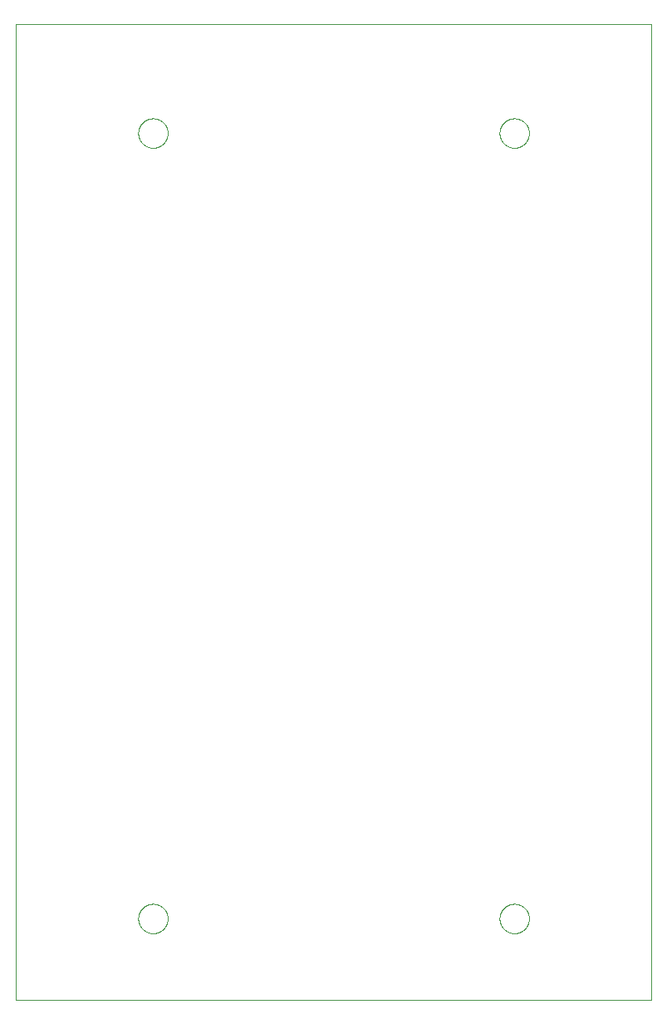
<source format=gtp>
G75*
%MOIN*%
%OFA0B0*%
%FSLAX25Y25*%
%IPPOS*%
%LPD*%
%AMOC8*
5,1,8,0,0,1.08239X$1,22.5*
%
%ADD10C,0.00000*%
D10*
X0001000Y0001000D02*
X0001000Y0392201D01*
X0255921Y0392201D01*
X0255921Y0001000D01*
X0001000Y0001000D01*
X0050094Y0033500D02*
X0050096Y0033653D01*
X0050102Y0033807D01*
X0050112Y0033960D01*
X0050126Y0034112D01*
X0050144Y0034265D01*
X0050166Y0034416D01*
X0050191Y0034567D01*
X0050221Y0034718D01*
X0050255Y0034868D01*
X0050292Y0035016D01*
X0050333Y0035164D01*
X0050378Y0035310D01*
X0050427Y0035456D01*
X0050480Y0035600D01*
X0050536Y0035742D01*
X0050596Y0035883D01*
X0050660Y0036023D01*
X0050727Y0036161D01*
X0050798Y0036297D01*
X0050873Y0036431D01*
X0050950Y0036563D01*
X0051032Y0036693D01*
X0051116Y0036821D01*
X0051204Y0036947D01*
X0051295Y0037070D01*
X0051389Y0037191D01*
X0051487Y0037309D01*
X0051587Y0037425D01*
X0051691Y0037538D01*
X0051797Y0037649D01*
X0051906Y0037757D01*
X0052018Y0037862D01*
X0052132Y0037963D01*
X0052250Y0038062D01*
X0052369Y0038158D01*
X0052491Y0038251D01*
X0052616Y0038340D01*
X0052743Y0038427D01*
X0052872Y0038509D01*
X0053003Y0038589D01*
X0053136Y0038665D01*
X0053271Y0038738D01*
X0053408Y0038807D01*
X0053547Y0038872D01*
X0053687Y0038934D01*
X0053829Y0038992D01*
X0053972Y0039047D01*
X0054117Y0039098D01*
X0054263Y0039145D01*
X0054410Y0039188D01*
X0054558Y0039227D01*
X0054707Y0039263D01*
X0054857Y0039294D01*
X0055008Y0039322D01*
X0055159Y0039346D01*
X0055312Y0039366D01*
X0055464Y0039382D01*
X0055617Y0039394D01*
X0055770Y0039402D01*
X0055923Y0039406D01*
X0056077Y0039406D01*
X0056230Y0039402D01*
X0056383Y0039394D01*
X0056536Y0039382D01*
X0056688Y0039366D01*
X0056841Y0039346D01*
X0056992Y0039322D01*
X0057143Y0039294D01*
X0057293Y0039263D01*
X0057442Y0039227D01*
X0057590Y0039188D01*
X0057737Y0039145D01*
X0057883Y0039098D01*
X0058028Y0039047D01*
X0058171Y0038992D01*
X0058313Y0038934D01*
X0058453Y0038872D01*
X0058592Y0038807D01*
X0058729Y0038738D01*
X0058864Y0038665D01*
X0058997Y0038589D01*
X0059128Y0038509D01*
X0059257Y0038427D01*
X0059384Y0038340D01*
X0059509Y0038251D01*
X0059631Y0038158D01*
X0059750Y0038062D01*
X0059868Y0037963D01*
X0059982Y0037862D01*
X0060094Y0037757D01*
X0060203Y0037649D01*
X0060309Y0037538D01*
X0060413Y0037425D01*
X0060513Y0037309D01*
X0060611Y0037191D01*
X0060705Y0037070D01*
X0060796Y0036947D01*
X0060884Y0036821D01*
X0060968Y0036693D01*
X0061050Y0036563D01*
X0061127Y0036431D01*
X0061202Y0036297D01*
X0061273Y0036161D01*
X0061340Y0036023D01*
X0061404Y0035883D01*
X0061464Y0035742D01*
X0061520Y0035600D01*
X0061573Y0035456D01*
X0061622Y0035310D01*
X0061667Y0035164D01*
X0061708Y0035016D01*
X0061745Y0034868D01*
X0061779Y0034718D01*
X0061809Y0034567D01*
X0061834Y0034416D01*
X0061856Y0034265D01*
X0061874Y0034112D01*
X0061888Y0033960D01*
X0061898Y0033807D01*
X0061904Y0033653D01*
X0061906Y0033500D01*
X0061904Y0033347D01*
X0061898Y0033193D01*
X0061888Y0033040D01*
X0061874Y0032888D01*
X0061856Y0032735D01*
X0061834Y0032584D01*
X0061809Y0032433D01*
X0061779Y0032282D01*
X0061745Y0032132D01*
X0061708Y0031984D01*
X0061667Y0031836D01*
X0061622Y0031690D01*
X0061573Y0031544D01*
X0061520Y0031400D01*
X0061464Y0031258D01*
X0061404Y0031117D01*
X0061340Y0030977D01*
X0061273Y0030839D01*
X0061202Y0030703D01*
X0061127Y0030569D01*
X0061050Y0030437D01*
X0060968Y0030307D01*
X0060884Y0030179D01*
X0060796Y0030053D01*
X0060705Y0029930D01*
X0060611Y0029809D01*
X0060513Y0029691D01*
X0060413Y0029575D01*
X0060309Y0029462D01*
X0060203Y0029351D01*
X0060094Y0029243D01*
X0059982Y0029138D01*
X0059868Y0029037D01*
X0059750Y0028938D01*
X0059631Y0028842D01*
X0059509Y0028749D01*
X0059384Y0028660D01*
X0059257Y0028573D01*
X0059128Y0028491D01*
X0058997Y0028411D01*
X0058864Y0028335D01*
X0058729Y0028262D01*
X0058592Y0028193D01*
X0058453Y0028128D01*
X0058313Y0028066D01*
X0058171Y0028008D01*
X0058028Y0027953D01*
X0057883Y0027902D01*
X0057737Y0027855D01*
X0057590Y0027812D01*
X0057442Y0027773D01*
X0057293Y0027737D01*
X0057143Y0027706D01*
X0056992Y0027678D01*
X0056841Y0027654D01*
X0056688Y0027634D01*
X0056536Y0027618D01*
X0056383Y0027606D01*
X0056230Y0027598D01*
X0056077Y0027594D01*
X0055923Y0027594D01*
X0055770Y0027598D01*
X0055617Y0027606D01*
X0055464Y0027618D01*
X0055312Y0027634D01*
X0055159Y0027654D01*
X0055008Y0027678D01*
X0054857Y0027706D01*
X0054707Y0027737D01*
X0054558Y0027773D01*
X0054410Y0027812D01*
X0054263Y0027855D01*
X0054117Y0027902D01*
X0053972Y0027953D01*
X0053829Y0028008D01*
X0053687Y0028066D01*
X0053547Y0028128D01*
X0053408Y0028193D01*
X0053271Y0028262D01*
X0053136Y0028335D01*
X0053003Y0028411D01*
X0052872Y0028491D01*
X0052743Y0028573D01*
X0052616Y0028660D01*
X0052491Y0028749D01*
X0052369Y0028842D01*
X0052250Y0028938D01*
X0052132Y0029037D01*
X0052018Y0029138D01*
X0051906Y0029243D01*
X0051797Y0029351D01*
X0051691Y0029462D01*
X0051587Y0029575D01*
X0051487Y0029691D01*
X0051389Y0029809D01*
X0051295Y0029930D01*
X0051204Y0030053D01*
X0051116Y0030179D01*
X0051032Y0030307D01*
X0050950Y0030437D01*
X0050873Y0030569D01*
X0050798Y0030703D01*
X0050727Y0030839D01*
X0050660Y0030977D01*
X0050596Y0031117D01*
X0050536Y0031258D01*
X0050480Y0031400D01*
X0050427Y0031544D01*
X0050378Y0031690D01*
X0050333Y0031836D01*
X0050292Y0031984D01*
X0050255Y0032132D01*
X0050221Y0032282D01*
X0050191Y0032433D01*
X0050166Y0032584D01*
X0050144Y0032735D01*
X0050126Y0032888D01*
X0050112Y0033040D01*
X0050102Y0033193D01*
X0050096Y0033347D01*
X0050094Y0033500D01*
X0195094Y0033500D02*
X0195096Y0033653D01*
X0195102Y0033807D01*
X0195112Y0033960D01*
X0195126Y0034112D01*
X0195144Y0034265D01*
X0195166Y0034416D01*
X0195191Y0034567D01*
X0195221Y0034718D01*
X0195255Y0034868D01*
X0195292Y0035016D01*
X0195333Y0035164D01*
X0195378Y0035310D01*
X0195427Y0035456D01*
X0195480Y0035600D01*
X0195536Y0035742D01*
X0195596Y0035883D01*
X0195660Y0036023D01*
X0195727Y0036161D01*
X0195798Y0036297D01*
X0195873Y0036431D01*
X0195950Y0036563D01*
X0196032Y0036693D01*
X0196116Y0036821D01*
X0196204Y0036947D01*
X0196295Y0037070D01*
X0196389Y0037191D01*
X0196487Y0037309D01*
X0196587Y0037425D01*
X0196691Y0037538D01*
X0196797Y0037649D01*
X0196906Y0037757D01*
X0197018Y0037862D01*
X0197132Y0037963D01*
X0197250Y0038062D01*
X0197369Y0038158D01*
X0197491Y0038251D01*
X0197616Y0038340D01*
X0197743Y0038427D01*
X0197872Y0038509D01*
X0198003Y0038589D01*
X0198136Y0038665D01*
X0198271Y0038738D01*
X0198408Y0038807D01*
X0198547Y0038872D01*
X0198687Y0038934D01*
X0198829Y0038992D01*
X0198972Y0039047D01*
X0199117Y0039098D01*
X0199263Y0039145D01*
X0199410Y0039188D01*
X0199558Y0039227D01*
X0199707Y0039263D01*
X0199857Y0039294D01*
X0200008Y0039322D01*
X0200159Y0039346D01*
X0200312Y0039366D01*
X0200464Y0039382D01*
X0200617Y0039394D01*
X0200770Y0039402D01*
X0200923Y0039406D01*
X0201077Y0039406D01*
X0201230Y0039402D01*
X0201383Y0039394D01*
X0201536Y0039382D01*
X0201688Y0039366D01*
X0201841Y0039346D01*
X0201992Y0039322D01*
X0202143Y0039294D01*
X0202293Y0039263D01*
X0202442Y0039227D01*
X0202590Y0039188D01*
X0202737Y0039145D01*
X0202883Y0039098D01*
X0203028Y0039047D01*
X0203171Y0038992D01*
X0203313Y0038934D01*
X0203453Y0038872D01*
X0203592Y0038807D01*
X0203729Y0038738D01*
X0203864Y0038665D01*
X0203997Y0038589D01*
X0204128Y0038509D01*
X0204257Y0038427D01*
X0204384Y0038340D01*
X0204509Y0038251D01*
X0204631Y0038158D01*
X0204750Y0038062D01*
X0204868Y0037963D01*
X0204982Y0037862D01*
X0205094Y0037757D01*
X0205203Y0037649D01*
X0205309Y0037538D01*
X0205413Y0037425D01*
X0205513Y0037309D01*
X0205611Y0037191D01*
X0205705Y0037070D01*
X0205796Y0036947D01*
X0205884Y0036821D01*
X0205968Y0036693D01*
X0206050Y0036563D01*
X0206127Y0036431D01*
X0206202Y0036297D01*
X0206273Y0036161D01*
X0206340Y0036023D01*
X0206404Y0035883D01*
X0206464Y0035742D01*
X0206520Y0035600D01*
X0206573Y0035456D01*
X0206622Y0035310D01*
X0206667Y0035164D01*
X0206708Y0035016D01*
X0206745Y0034868D01*
X0206779Y0034718D01*
X0206809Y0034567D01*
X0206834Y0034416D01*
X0206856Y0034265D01*
X0206874Y0034112D01*
X0206888Y0033960D01*
X0206898Y0033807D01*
X0206904Y0033653D01*
X0206906Y0033500D01*
X0206904Y0033347D01*
X0206898Y0033193D01*
X0206888Y0033040D01*
X0206874Y0032888D01*
X0206856Y0032735D01*
X0206834Y0032584D01*
X0206809Y0032433D01*
X0206779Y0032282D01*
X0206745Y0032132D01*
X0206708Y0031984D01*
X0206667Y0031836D01*
X0206622Y0031690D01*
X0206573Y0031544D01*
X0206520Y0031400D01*
X0206464Y0031258D01*
X0206404Y0031117D01*
X0206340Y0030977D01*
X0206273Y0030839D01*
X0206202Y0030703D01*
X0206127Y0030569D01*
X0206050Y0030437D01*
X0205968Y0030307D01*
X0205884Y0030179D01*
X0205796Y0030053D01*
X0205705Y0029930D01*
X0205611Y0029809D01*
X0205513Y0029691D01*
X0205413Y0029575D01*
X0205309Y0029462D01*
X0205203Y0029351D01*
X0205094Y0029243D01*
X0204982Y0029138D01*
X0204868Y0029037D01*
X0204750Y0028938D01*
X0204631Y0028842D01*
X0204509Y0028749D01*
X0204384Y0028660D01*
X0204257Y0028573D01*
X0204128Y0028491D01*
X0203997Y0028411D01*
X0203864Y0028335D01*
X0203729Y0028262D01*
X0203592Y0028193D01*
X0203453Y0028128D01*
X0203313Y0028066D01*
X0203171Y0028008D01*
X0203028Y0027953D01*
X0202883Y0027902D01*
X0202737Y0027855D01*
X0202590Y0027812D01*
X0202442Y0027773D01*
X0202293Y0027737D01*
X0202143Y0027706D01*
X0201992Y0027678D01*
X0201841Y0027654D01*
X0201688Y0027634D01*
X0201536Y0027618D01*
X0201383Y0027606D01*
X0201230Y0027598D01*
X0201077Y0027594D01*
X0200923Y0027594D01*
X0200770Y0027598D01*
X0200617Y0027606D01*
X0200464Y0027618D01*
X0200312Y0027634D01*
X0200159Y0027654D01*
X0200008Y0027678D01*
X0199857Y0027706D01*
X0199707Y0027737D01*
X0199558Y0027773D01*
X0199410Y0027812D01*
X0199263Y0027855D01*
X0199117Y0027902D01*
X0198972Y0027953D01*
X0198829Y0028008D01*
X0198687Y0028066D01*
X0198547Y0028128D01*
X0198408Y0028193D01*
X0198271Y0028262D01*
X0198136Y0028335D01*
X0198003Y0028411D01*
X0197872Y0028491D01*
X0197743Y0028573D01*
X0197616Y0028660D01*
X0197491Y0028749D01*
X0197369Y0028842D01*
X0197250Y0028938D01*
X0197132Y0029037D01*
X0197018Y0029138D01*
X0196906Y0029243D01*
X0196797Y0029351D01*
X0196691Y0029462D01*
X0196587Y0029575D01*
X0196487Y0029691D01*
X0196389Y0029809D01*
X0196295Y0029930D01*
X0196204Y0030053D01*
X0196116Y0030179D01*
X0196032Y0030307D01*
X0195950Y0030437D01*
X0195873Y0030569D01*
X0195798Y0030703D01*
X0195727Y0030839D01*
X0195660Y0030977D01*
X0195596Y0031117D01*
X0195536Y0031258D01*
X0195480Y0031400D01*
X0195427Y0031544D01*
X0195378Y0031690D01*
X0195333Y0031836D01*
X0195292Y0031984D01*
X0195255Y0032132D01*
X0195221Y0032282D01*
X0195191Y0032433D01*
X0195166Y0032584D01*
X0195144Y0032735D01*
X0195126Y0032888D01*
X0195112Y0033040D01*
X0195102Y0033193D01*
X0195096Y0033347D01*
X0195094Y0033500D01*
X0195094Y0348500D02*
X0195096Y0348653D01*
X0195102Y0348807D01*
X0195112Y0348960D01*
X0195126Y0349112D01*
X0195144Y0349265D01*
X0195166Y0349416D01*
X0195191Y0349567D01*
X0195221Y0349718D01*
X0195255Y0349868D01*
X0195292Y0350016D01*
X0195333Y0350164D01*
X0195378Y0350310D01*
X0195427Y0350456D01*
X0195480Y0350600D01*
X0195536Y0350742D01*
X0195596Y0350883D01*
X0195660Y0351023D01*
X0195727Y0351161D01*
X0195798Y0351297D01*
X0195873Y0351431D01*
X0195950Y0351563D01*
X0196032Y0351693D01*
X0196116Y0351821D01*
X0196204Y0351947D01*
X0196295Y0352070D01*
X0196389Y0352191D01*
X0196487Y0352309D01*
X0196587Y0352425D01*
X0196691Y0352538D01*
X0196797Y0352649D01*
X0196906Y0352757D01*
X0197018Y0352862D01*
X0197132Y0352963D01*
X0197250Y0353062D01*
X0197369Y0353158D01*
X0197491Y0353251D01*
X0197616Y0353340D01*
X0197743Y0353427D01*
X0197872Y0353509D01*
X0198003Y0353589D01*
X0198136Y0353665D01*
X0198271Y0353738D01*
X0198408Y0353807D01*
X0198547Y0353872D01*
X0198687Y0353934D01*
X0198829Y0353992D01*
X0198972Y0354047D01*
X0199117Y0354098D01*
X0199263Y0354145D01*
X0199410Y0354188D01*
X0199558Y0354227D01*
X0199707Y0354263D01*
X0199857Y0354294D01*
X0200008Y0354322D01*
X0200159Y0354346D01*
X0200312Y0354366D01*
X0200464Y0354382D01*
X0200617Y0354394D01*
X0200770Y0354402D01*
X0200923Y0354406D01*
X0201077Y0354406D01*
X0201230Y0354402D01*
X0201383Y0354394D01*
X0201536Y0354382D01*
X0201688Y0354366D01*
X0201841Y0354346D01*
X0201992Y0354322D01*
X0202143Y0354294D01*
X0202293Y0354263D01*
X0202442Y0354227D01*
X0202590Y0354188D01*
X0202737Y0354145D01*
X0202883Y0354098D01*
X0203028Y0354047D01*
X0203171Y0353992D01*
X0203313Y0353934D01*
X0203453Y0353872D01*
X0203592Y0353807D01*
X0203729Y0353738D01*
X0203864Y0353665D01*
X0203997Y0353589D01*
X0204128Y0353509D01*
X0204257Y0353427D01*
X0204384Y0353340D01*
X0204509Y0353251D01*
X0204631Y0353158D01*
X0204750Y0353062D01*
X0204868Y0352963D01*
X0204982Y0352862D01*
X0205094Y0352757D01*
X0205203Y0352649D01*
X0205309Y0352538D01*
X0205413Y0352425D01*
X0205513Y0352309D01*
X0205611Y0352191D01*
X0205705Y0352070D01*
X0205796Y0351947D01*
X0205884Y0351821D01*
X0205968Y0351693D01*
X0206050Y0351563D01*
X0206127Y0351431D01*
X0206202Y0351297D01*
X0206273Y0351161D01*
X0206340Y0351023D01*
X0206404Y0350883D01*
X0206464Y0350742D01*
X0206520Y0350600D01*
X0206573Y0350456D01*
X0206622Y0350310D01*
X0206667Y0350164D01*
X0206708Y0350016D01*
X0206745Y0349868D01*
X0206779Y0349718D01*
X0206809Y0349567D01*
X0206834Y0349416D01*
X0206856Y0349265D01*
X0206874Y0349112D01*
X0206888Y0348960D01*
X0206898Y0348807D01*
X0206904Y0348653D01*
X0206906Y0348500D01*
X0206904Y0348347D01*
X0206898Y0348193D01*
X0206888Y0348040D01*
X0206874Y0347888D01*
X0206856Y0347735D01*
X0206834Y0347584D01*
X0206809Y0347433D01*
X0206779Y0347282D01*
X0206745Y0347132D01*
X0206708Y0346984D01*
X0206667Y0346836D01*
X0206622Y0346690D01*
X0206573Y0346544D01*
X0206520Y0346400D01*
X0206464Y0346258D01*
X0206404Y0346117D01*
X0206340Y0345977D01*
X0206273Y0345839D01*
X0206202Y0345703D01*
X0206127Y0345569D01*
X0206050Y0345437D01*
X0205968Y0345307D01*
X0205884Y0345179D01*
X0205796Y0345053D01*
X0205705Y0344930D01*
X0205611Y0344809D01*
X0205513Y0344691D01*
X0205413Y0344575D01*
X0205309Y0344462D01*
X0205203Y0344351D01*
X0205094Y0344243D01*
X0204982Y0344138D01*
X0204868Y0344037D01*
X0204750Y0343938D01*
X0204631Y0343842D01*
X0204509Y0343749D01*
X0204384Y0343660D01*
X0204257Y0343573D01*
X0204128Y0343491D01*
X0203997Y0343411D01*
X0203864Y0343335D01*
X0203729Y0343262D01*
X0203592Y0343193D01*
X0203453Y0343128D01*
X0203313Y0343066D01*
X0203171Y0343008D01*
X0203028Y0342953D01*
X0202883Y0342902D01*
X0202737Y0342855D01*
X0202590Y0342812D01*
X0202442Y0342773D01*
X0202293Y0342737D01*
X0202143Y0342706D01*
X0201992Y0342678D01*
X0201841Y0342654D01*
X0201688Y0342634D01*
X0201536Y0342618D01*
X0201383Y0342606D01*
X0201230Y0342598D01*
X0201077Y0342594D01*
X0200923Y0342594D01*
X0200770Y0342598D01*
X0200617Y0342606D01*
X0200464Y0342618D01*
X0200312Y0342634D01*
X0200159Y0342654D01*
X0200008Y0342678D01*
X0199857Y0342706D01*
X0199707Y0342737D01*
X0199558Y0342773D01*
X0199410Y0342812D01*
X0199263Y0342855D01*
X0199117Y0342902D01*
X0198972Y0342953D01*
X0198829Y0343008D01*
X0198687Y0343066D01*
X0198547Y0343128D01*
X0198408Y0343193D01*
X0198271Y0343262D01*
X0198136Y0343335D01*
X0198003Y0343411D01*
X0197872Y0343491D01*
X0197743Y0343573D01*
X0197616Y0343660D01*
X0197491Y0343749D01*
X0197369Y0343842D01*
X0197250Y0343938D01*
X0197132Y0344037D01*
X0197018Y0344138D01*
X0196906Y0344243D01*
X0196797Y0344351D01*
X0196691Y0344462D01*
X0196587Y0344575D01*
X0196487Y0344691D01*
X0196389Y0344809D01*
X0196295Y0344930D01*
X0196204Y0345053D01*
X0196116Y0345179D01*
X0196032Y0345307D01*
X0195950Y0345437D01*
X0195873Y0345569D01*
X0195798Y0345703D01*
X0195727Y0345839D01*
X0195660Y0345977D01*
X0195596Y0346117D01*
X0195536Y0346258D01*
X0195480Y0346400D01*
X0195427Y0346544D01*
X0195378Y0346690D01*
X0195333Y0346836D01*
X0195292Y0346984D01*
X0195255Y0347132D01*
X0195221Y0347282D01*
X0195191Y0347433D01*
X0195166Y0347584D01*
X0195144Y0347735D01*
X0195126Y0347888D01*
X0195112Y0348040D01*
X0195102Y0348193D01*
X0195096Y0348347D01*
X0195094Y0348500D01*
X0050094Y0348500D02*
X0050096Y0348653D01*
X0050102Y0348807D01*
X0050112Y0348960D01*
X0050126Y0349112D01*
X0050144Y0349265D01*
X0050166Y0349416D01*
X0050191Y0349567D01*
X0050221Y0349718D01*
X0050255Y0349868D01*
X0050292Y0350016D01*
X0050333Y0350164D01*
X0050378Y0350310D01*
X0050427Y0350456D01*
X0050480Y0350600D01*
X0050536Y0350742D01*
X0050596Y0350883D01*
X0050660Y0351023D01*
X0050727Y0351161D01*
X0050798Y0351297D01*
X0050873Y0351431D01*
X0050950Y0351563D01*
X0051032Y0351693D01*
X0051116Y0351821D01*
X0051204Y0351947D01*
X0051295Y0352070D01*
X0051389Y0352191D01*
X0051487Y0352309D01*
X0051587Y0352425D01*
X0051691Y0352538D01*
X0051797Y0352649D01*
X0051906Y0352757D01*
X0052018Y0352862D01*
X0052132Y0352963D01*
X0052250Y0353062D01*
X0052369Y0353158D01*
X0052491Y0353251D01*
X0052616Y0353340D01*
X0052743Y0353427D01*
X0052872Y0353509D01*
X0053003Y0353589D01*
X0053136Y0353665D01*
X0053271Y0353738D01*
X0053408Y0353807D01*
X0053547Y0353872D01*
X0053687Y0353934D01*
X0053829Y0353992D01*
X0053972Y0354047D01*
X0054117Y0354098D01*
X0054263Y0354145D01*
X0054410Y0354188D01*
X0054558Y0354227D01*
X0054707Y0354263D01*
X0054857Y0354294D01*
X0055008Y0354322D01*
X0055159Y0354346D01*
X0055312Y0354366D01*
X0055464Y0354382D01*
X0055617Y0354394D01*
X0055770Y0354402D01*
X0055923Y0354406D01*
X0056077Y0354406D01*
X0056230Y0354402D01*
X0056383Y0354394D01*
X0056536Y0354382D01*
X0056688Y0354366D01*
X0056841Y0354346D01*
X0056992Y0354322D01*
X0057143Y0354294D01*
X0057293Y0354263D01*
X0057442Y0354227D01*
X0057590Y0354188D01*
X0057737Y0354145D01*
X0057883Y0354098D01*
X0058028Y0354047D01*
X0058171Y0353992D01*
X0058313Y0353934D01*
X0058453Y0353872D01*
X0058592Y0353807D01*
X0058729Y0353738D01*
X0058864Y0353665D01*
X0058997Y0353589D01*
X0059128Y0353509D01*
X0059257Y0353427D01*
X0059384Y0353340D01*
X0059509Y0353251D01*
X0059631Y0353158D01*
X0059750Y0353062D01*
X0059868Y0352963D01*
X0059982Y0352862D01*
X0060094Y0352757D01*
X0060203Y0352649D01*
X0060309Y0352538D01*
X0060413Y0352425D01*
X0060513Y0352309D01*
X0060611Y0352191D01*
X0060705Y0352070D01*
X0060796Y0351947D01*
X0060884Y0351821D01*
X0060968Y0351693D01*
X0061050Y0351563D01*
X0061127Y0351431D01*
X0061202Y0351297D01*
X0061273Y0351161D01*
X0061340Y0351023D01*
X0061404Y0350883D01*
X0061464Y0350742D01*
X0061520Y0350600D01*
X0061573Y0350456D01*
X0061622Y0350310D01*
X0061667Y0350164D01*
X0061708Y0350016D01*
X0061745Y0349868D01*
X0061779Y0349718D01*
X0061809Y0349567D01*
X0061834Y0349416D01*
X0061856Y0349265D01*
X0061874Y0349112D01*
X0061888Y0348960D01*
X0061898Y0348807D01*
X0061904Y0348653D01*
X0061906Y0348500D01*
X0061904Y0348347D01*
X0061898Y0348193D01*
X0061888Y0348040D01*
X0061874Y0347888D01*
X0061856Y0347735D01*
X0061834Y0347584D01*
X0061809Y0347433D01*
X0061779Y0347282D01*
X0061745Y0347132D01*
X0061708Y0346984D01*
X0061667Y0346836D01*
X0061622Y0346690D01*
X0061573Y0346544D01*
X0061520Y0346400D01*
X0061464Y0346258D01*
X0061404Y0346117D01*
X0061340Y0345977D01*
X0061273Y0345839D01*
X0061202Y0345703D01*
X0061127Y0345569D01*
X0061050Y0345437D01*
X0060968Y0345307D01*
X0060884Y0345179D01*
X0060796Y0345053D01*
X0060705Y0344930D01*
X0060611Y0344809D01*
X0060513Y0344691D01*
X0060413Y0344575D01*
X0060309Y0344462D01*
X0060203Y0344351D01*
X0060094Y0344243D01*
X0059982Y0344138D01*
X0059868Y0344037D01*
X0059750Y0343938D01*
X0059631Y0343842D01*
X0059509Y0343749D01*
X0059384Y0343660D01*
X0059257Y0343573D01*
X0059128Y0343491D01*
X0058997Y0343411D01*
X0058864Y0343335D01*
X0058729Y0343262D01*
X0058592Y0343193D01*
X0058453Y0343128D01*
X0058313Y0343066D01*
X0058171Y0343008D01*
X0058028Y0342953D01*
X0057883Y0342902D01*
X0057737Y0342855D01*
X0057590Y0342812D01*
X0057442Y0342773D01*
X0057293Y0342737D01*
X0057143Y0342706D01*
X0056992Y0342678D01*
X0056841Y0342654D01*
X0056688Y0342634D01*
X0056536Y0342618D01*
X0056383Y0342606D01*
X0056230Y0342598D01*
X0056077Y0342594D01*
X0055923Y0342594D01*
X0055770Y0342598D01*
X0055617Y0342606D01*
X0055464Y0342618D01*
X0055312Y0342634D01*
X0055159Y0342654D01*
X0055008Y0342678D01*
X0054857Y0342706D01*
X0054707Y0342737D01*
X0054558Y0342773D01*
X0054410Y0342812D01*
X0054263Y0342855D01*
X0054117Y0342902D01*
X0053972Y0342953D01*
X0053829Y0343008D01*
X0053687Y0343066D01*
X0053547Y0343128D01*
X0053408Y0343193D01*
X0053271Y0343262D01*
X0053136Y0343335D01*
X0053003Y0343411D01*
X0052872Y0343491D01*
X0052743Y0343573D01*
X0052616Y0343660D01*
X0052491Y0343749D01*
X0052369Y0343842D01*
X0052250Y0343938D01*
X0052132Y0344037D01*
X0052018Y0344138D01*
X0051906Y0344243D01*
X0051797Y0344351D01*
X0051691Y0344462D01*
X0051587Y0344575D01*
X0051487Y0344691D01*
X0051389Y0344809D01*
X0051295Y0344930D01*
X0051204Y0345053D01*
X0051116Y0345179D01*
X0051032Y0345307D01*
X0050950Y0345437D01*
X0050873Y0345569D01*
X0050798Y0345703D01*
X0050727Y0345839D01*
X0050660Y0345977D01*
X0050596Y0346117D01*
X0050536Y0346258D01*
X0050480Y0346400D01*
X0050427Y0346544D01*
X0050378Y0346690D01*
X0050333Y0346836D01*
X0050292Y0346984D01*
X0050255Y0347132D01*
X0050221Y0347282D01*
X0050191Y0347433D01*
X0050166Y0347584D01*
X0050144Y0347735D01*
X0050126Y0347888D01*
X0050112Y0348040D01*
X0050102Y0348193D01*
X0050096Y0348347D01*
X0050094Y0348500D01*
M02*

</source>
